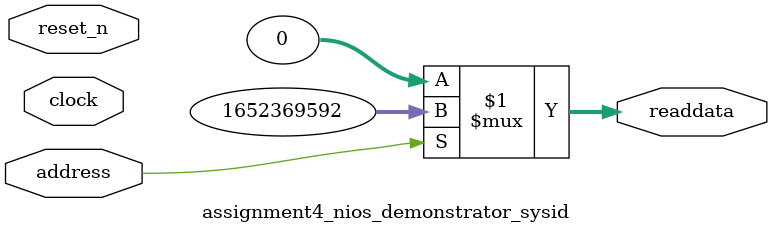
<source format=v>

`timescale 1ns / 1ps
// synthesis translate_on

// turn off superfluous verilog processor warnings 
// altera message_level Level1 
// altera message_off 10034 10035 10036 10037 10230 10240 10030 

module assignment4_nios_demonstrator_sysid (
               // inputs:
                address,
                clock,
                reset_n,

               // outputs:
                readdata
             )
;

  output  [ 31: 0] readdata;
  input            address;
  input            clock;
  input            reset_n;

  wire    [ 31: 0] readdata;
  //control_slave, which is an e_avalon_slave
  assign readdata = address ? 1652369592 : 0;

endmodule




</source>
